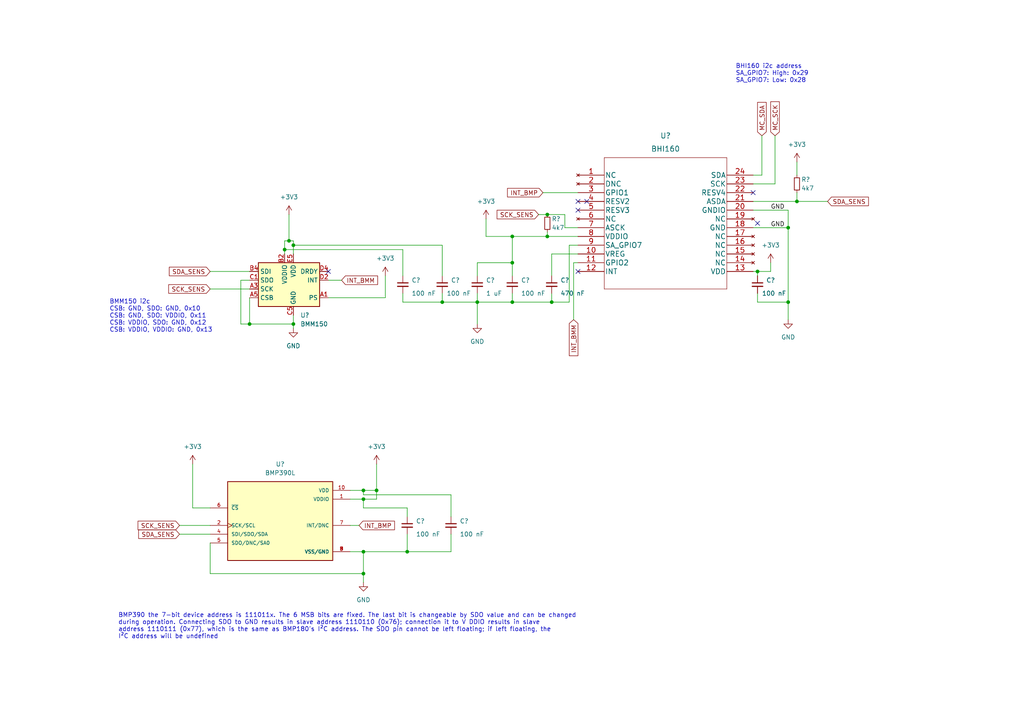
<source format=kicad_sch>
(kicad_sch (version 20211123) (generator eeschema)
  (paper "A4")
  (lib_symbols
    (symbol "BHI160:BHI160" (pin_names (offset 0.254))
      (property "Reference" "U" (at 25.4 10.16 0))
      (property "Value" "BHI160" (at 25.4 7.62 0))
      (symbol "BHI160_1_1"
        (polyline (pts (xy 7.62 -33.02) (xy 43.18 -33.02)) (stroke (width 0.127)))
        (polyline (pts (xy 7.62 5.08) (xy 7.62 -33.02)) (stroke (width 0.127)))
        (polyline (pts (xy 43.18 -33.02) (xy 43.18 5.08)) (stroke (width 0.127)))
        (polyline (pts (xy 43.18 5.08) (xy 7.62 5.08)) (stroke (width 0.127)))
        (pin no_connect line (at 0 0 0) (length 7.62) (name "NC") (number "1"))
        (pin unspecified line (at 0 -22.86 0) (length 7.62) (name "VREG") (number "10"))
        (pin bidirectional line (at 0 -25.4 0) (length 7.62) (name "GPIO2") (number "11"))
        (pin unspecified line (at 0 -27.94 0) (length 7.62) (name "INT") (number "12"))
        (pin power_in line (at 50.8 -27.94 180) (length 7.62) (name "VDD") (number "13"))
        (pin no_connect line (at 50.8 -25.4 180) (length 7.62) (name "NC") (number "14"))
        (pin no_connect line (at 50.8 -22.86 180) (length 7.62) (name "NC") (number "15"))
        (pin no_connect line (at 50.8 -20.32 180) (length 7.62) (name "NC") (number "16"))
        (pin no_connect line (at 50.8 -17.78 180) (length 7.62) (name "NC") (number "17"))
        (pin power_in line (at 50.8 -15.24 180) (length 7.62) (name "GND") (number "18"))
        (pin no_connect line (at 50.8 -12.7 180) (length 7.62) (name "NC") (number "19"))
        (pin no_connect line (at 0 -2.54 0) (length 7.62) (name "DNC") (number "2"))
        (pin power_in line (at 50.8 -10.16 180) (length 7.62) (name "GNDIO") (number "20"))
        (pin unspecified line (at 50.8 -7.62 180) (length 7.62) (name "ASDA") (number "21"))
        (pin bidirectional line (at 50.8 -5.08 180) (length 7.62) (name "RESV4") (number "22"))
        (pin unspecified line (at 50.8 -2.54 180) (length 7.62) (name "SCK") (number "23"))
        (pin unspecified line (at 50.8 0 180) (length 7.62) (name "SDA") (number "24"))
        (pin bidirectional line (at 0 -5.08 0) (length 7.62) (name "GPIO1") (number "3"))
        (pin bidirectional line (at 0 -7.62 0) (length 7.62) (name "RESV2") (number "4"))
        (pin bidirectional line (at 0 -10.16 0) (length 7.62) (name "RESV3") (number "5"))
        (pin no_connect line (at 0 -12.7 0) (length 7.62) (name "NC") (number "6"))
        (pin unspecified line (at 0 -15.24 0) (length 7.62) (name "ASCK") (number "7"))
        (pin power_in line (at 0 -17.78 0) (length 7.62) (name "VDDIO") (number "8"))
        (pin unspecified line (at 0 -20.32 0) (length 7.62) (name "SA_GPIO7") (number "9"))
      )
    )
    (symbol "BMP390:BMP390L" (pin_names (offset 1.016))
      (property "Reference" "U" (at -15.24 15.24 0))
      (property "Value" "BMP390L" (at -15.24 -15.24 0))
      (symbol "BMP390L_0_0"
        (rectangle (start -15.24 -10.16) (end 15.24 12.7) (stroke (width 0.254)) (fill (type background)))
        (pin power_in line (at 20.32 7.62 180) (length 5.08) (name "VDDIO") (number "1"))
        (pin power_in line (at 20.32 10.16 180) (length 5.08) (name "VDD") (number "10"))
        (pin input clock (at -20.32 0 0) (length 5.08) (name "SCK/SCL") (number "2"))
        (pin power_in line (at 20.32 -7.62 180) (length 5.08) (name "VSS/GND") (number "3"))
        (pin bidirectional line (at -20.32 -2.54 0) (length 5.08) (name "SDI/SDO/SDA") (number "4"))
        (pin bidirectional line (at -20.32 -5.08 0) (length 5.08) (name "SDO/DNC/SA0") (number "5"))
        (pin input line (at -20.32 5.08 0) (length 5.08) (name "~{CS}") (number "6"))
        (pin output line (at 20.32 0 180) (length 5.08) (name "INT/DNC") (number "7"))
        (pin power_in line (at 20.32 -7.62 180) (length 5.08) (name "VSS/GND") (number "8"))
        (pin power_in line (at 20.32 -7.62 180) (length 5.08) (name "VSS/GND") (number "9"))
      )
    )
    (symbol "Device:C_Small" (pin_numbers hide) (pin_names (offset 0.254) hide)
      (property "Reference" "C" (at 0.254 1.778 0))
      (property "Value" "C_Small" (at 0.254 -2.032 0))
      (symbol "C_Small_0_1"
        (polyline (pts (xy -1.524 -0.508) (xy 1.524 -0.508)) (stroke (width 0.3302)))
        (polyline (pts (xy -1.524 0.508) (xy 1.524 0.508)) (stroke (width 0.3048)))
      )
      (symbol "C_Small_1_1"
        (pin passive line (at 0 2.54 270) (length 2.032) (name "~") (number "1"))
        (pin passive line (at 0 -2.54 90) (length 2.032) (name "~") (number "2"))
      )
    )
    (symbol "Device:R_Small" (pin_numbers hide) (pin_names (offset 0.254) hide)
      (property "Reference" "R" (at 0.762 0.508 0))
      (property "Value" "R_Small" (at 0.762 -1.016 0))
      (symbol "R_Small_0_1"
        (rectangle (start -0.762 1.778) (end 0.762 -1.778) (stroke (width 0.2032)))
      )
      (symbol "R_Small_1_1"
        (pin passive line (at 0 2.54 270) (length 0.762) (name "~") (number "1"))
        (pin passive line (at 0 -2.54 90) (length 0.762) (name "~") (number "2"))
      )
    )
    (symbol "Sensor_Magnetic:BMM150"
      (property "Reference" "U" (at -10.16 6.35 0))
      (property "Value" "BMM150" (at 7.62 6.35 0))
      (symbol "BMM150_0_1"
        (rectangle (start -10.16 5.08) (end 7.62 -7.62) (stroke (width 0.254)) (fill (type background)))
      )
      (symbol "BMM150_1_1"
        (pin input line (at 10.16 -5.08 180) (length 2.54) (name "PS") (number "A1"))
        (pin bidirectional line (at -12.7 -2.54 0) (length 2.54) (name "SCK") (number "A3"))
        (pin input line (at -12.7 -5.08 0) (length 2.54) (name "CSB") (number "A5"))
        (pin power_in line (at -2.54 7.62 270) (length 2.54) (name "VDDIO") (number "B2"))
        (pin bidirectional line (at -12.7 2.54 0) (length 2.54) (name "SDI") (number "B4"))
        (pin bidirectional line (at -12.7 0 0) (length 2.54) (name "SDO") (number "C1"))
        (pin power_in line (at 0 -10.16 90) (length 2.54) (name "GND") (number "C5"))
        (pin output line (at 10.16 0 180) (length 2.54) (name "INT") (number "D2"))
        (pin output line (at 10.16 2.54 180) (length 2.54) (name "DRDY") (number "D4"))
        (pin passive line (at 0 -10.16 90) (length 2.54) hide (name "GND") (number "E1"))
        (pin passive line (at 0 -10.16 90) (length 2.54) hide (name "GND") (number "E3"))
        (pin power_in line (at 0 7.62 270) (length 2.54) (name "VDD") (number "E5"))
      )
    )
    (symbol "power:+3.3V" (power) (pin_names (offset 0))
      (property "Value" "+3.3V" (at 0 3.556 0))
      (symbol "+3.3V_0_1"
        (polyline (pts (xy -0.762 1.27) (xy 0 2.54)))
        (polyline (pts (xy 0 0) (xy 0 2.54)))
        (polyline (pts (xy 0 2.54) (xy 0.762 1.27)))
      )
      (symbol "+3.3V_1_1"
        (pin power_in line (at 0 0 90) (length 0) hide (name "+3V3") (number "1"))
      )
    )
    (symbol "power:GND" (power) (pin_names (offset 0))
      (property "Value" "GND" (at 0 -3.81 0))
      (symbol "GND_0_1"
        (polyline (pts (xy 0 0) (xy 0 -1.27) (xy 1.27 -1.27) (xy 0 -2.54) (xy -1.27 -1.27) (xy 0 -1.27)))
      )
      (symbol "GND_1_1"
        (pin power_in line (at 0 0 270) (length 0) hide (name "GND") (number "1"))
      )
    )
  )
  (junction (at 160.02 87.63))
  (junction (at 82.55 72.39))
  (junction (at 105.41 166.37))
  (junction (at 158.75 62.23))
  (junction (at 85.09 93.98))
  (junction (at 118.11 160.02))
  (junction (at 138.43 87.63))
  (junction (at 158.75 68.58))
  (junction (at 109.22 142.24))
  (junction (at 128.27 87.63))
  (junction (at 105.41 160.02))
  (junction (at 228.6 66.04))
  (junction (at 105.41 144.78))
  (junction (at 148.59 76.2))
  (junction (at 105.41 142.24))
  (junction (at 148.59 68.58))
  (junction (at 231.14 58.42))
  (junction (at 228.6 87.63))
  (junction (at 219.71 78.74))
  (junction (at 148.59 87.63))
  (junction (at 83.82 69.85))
  (junction (at 85.09 71.12))
  (junction (at 72.39 93.98))
  (no_connect (at 95.25 78.74))
  (no_connect (at 167.64 78.74))
  (no_connect (at 218.44 55.88))
  (no_connect (at 170.18 58.42))
  (no_connect (at 167.64 58.42))
  (no_connect (at 167.64 60.96))
  (no_connect (at 219.71 64.77))
  (wire (pts (xy 148.59 68.58) (xy 148.59 76.2)))
  (wire (pts (xy 111.76 80.01) (xy 111.76 86.36)))
  (wire (pts (xy 118.11 160.02) (xy 130.81 160.02)))
  (wire (pts (xy 101.6 144.78) (xy 105.41 144.78)))
  (wire (pts (xy 60.96 157.48) (xy 60.96 166.37)))
  (wire (pts (xy 148.59 76.2) (xy 148.59 80.01)))
  (wire (pts (xy 105.41 160.02) (xy 118.11 160.02)))
  (wire (pts (xy 116.84 87.63) (xy 128.27 87.63)))
  (wire (pts (xy 138.43 87.63) (xy 138.43 93.98)))
  (wire (pts (xy 82.55 73.66) (xy 82.55 72.39)))
  (wire (pts (xy 101.6 152.4) (xy 104.14 152.4)))
  (wire (pts (xy 118.11 154.94) (xy 118.11 160.02)))
  (wire (pts (xy 55.88 134.62) (xy 55.88 147.32)))
  (wire (pts (xy 128.27 87.63) (xy 138.43 87.63)))
  (wire (pts (xy 82.55 72.39) (xy 82.55 69.85)))
  (wire (pts (xy 220.98 50.8) (xy 220.98 39.37)))
  (wire (pts (xy 223.52 78.74) (xy 223.52 76.2)))
  (wire (pts (xy 85.09 73.66) (xy 85.09 71.12)))
  (wire (pts (xy 218.44 58.42) (xy 231.14 58.42)))
  (wire (pts (xy 83.82 62.23) (xy 83.82 69.85)))
  (wire (pts (xy 218.44 50.8) (xy 220.98 50.8)))
  (wire (pts (xy 166.37 76.2) (xy 167.64 76.2)))
  (wire (pts (xy 60.96 166.37) (xy 105.41 166.37)))
  (wire (pts (xy 95.25 86.36) (xy 111.76 86.36)))
  (wire (pts (xy 138.43 80.01) (xy 138.43 76.2)))
  (wire (pts (xy 138.43 85.09) (xy 138.43 87.63)))
  (wire (pts (xy 228.6 87.63) (xy 228.6 66.04)))
  (wire (pts (xy 160.02 85.09) (xy 160.02 87.63)))
  (wire (pts (xy 85.09 93.98) (xy 85.09 95.25)))
  (wire (pts (xy 224.79 39.37) (xy 224.79 53.34)))
  (wire (pts (xy 158.75 68.58) (xy 167.64 68.58)))
  (wire (pts (xy 163.83 62.23) (xy 158.75 62.23)))
  (wire (pts (xy 231.14 58.42) (xy 240.03 58.42)))
  (wire (pts (xy 165.1 71.12) (xy 165.1 87.63)))
  (wire (pts (xy 158.75 67.31) (xy 158.75 68.58)))
  (wire (pts (xy 60.96 83.82) (xy 72.39 83.82)))
  (wire (pts (xy 82.55 72.39) (xy 116.84 72.39)))
  (wire (pts (xy 105.41 142.24) (xy 109.22 142.24)))
  (wire (pts (xy 82.55 69.85) (xy 83.82 69.85)))
  (wire (pts (xy 219.71 87.63) (xy 228.6 87.63)))
  (wire (pts (xy 109.22 144.78) (xy 109.22 142.24)))
  (wire (pts (xy 163.83 66.04) (xy 163.83 62.23)))
  (wire (pts (xy 101.6 142.24) (xy 105.41 142.24)))
  (wire (pts (xy 128.27 85.09) (xy 128.27 87.63)))
  (wire (pts (xy 69.85 93.98) (xy 72.39 93.98)))
  (wire (pts (xy 167.64 71.12) (xy 165.1 71.12)))
  (wire (pts (xy 105.41 166.37) (xy 105.41 168.91)))
  (wire (pts (xy 231.14 55.88) (xy 231.14 58.42)))
  (wire (pts (xy 69.85 81.28) (xy 69.85 93.98)))
  (wire (pts (xy 118.11 149.86) (xy 118.11 147.32)))
  (wire (pts (xy 140.97 63.5) (xy 140.97 68.58)))
  (wire (pts (xy 101.6 160.02) (xy 105.41 160.02)))
  (wire (pts (xy 228.6 60.96) (xy 228.6 66.04)))
  (wire (pts (xy 167.64 66.04) (xy 163.83 66.04)))
  (wire (pts (xy 148.59 68.58) (xy 158.75 68.58)))
  (wire (pts (xy 130.81 154.94) (xy 130.81 160.02)))
  (wire (pts (xy 231.14 46.99) (xy 231.14 50.8)))
  (wire (pts (xy 85.09 71.12) (xy 85.09 69.85)))
  (wire (pts (xy 85.09 91.44) (xy 85.09 93.98)))
  (wire (pts (xy 138.43 76.2) (xy 148.59 76.2)))
  (wire (pts (xy 166.37 92.71) (xy 166.37 76.2)))
  (wire (pts (xy 157.48 55.88) (xy 167.64 55.88)))
  (wire (pts (xy 130.81 143.51) (xy 105.41 143.51)))
  (wire (pts (xy 52.07 152.4) (xy 60.96 152.4)))
  (wire (pts (xy 128.27 71.12) (xy 128.27 80.01)))
  (wire (pts (xy 218.44 66.04) (xy 228.6 66.04)))
  (wire (pts (xy 116.84 72.39) (xy 116.84 80.01)))
  (wire (pts (xy 160.02 73.66) (xy 160.02 80.01)))
  (wire (pts (xy 95.25 81.28) (xy 99.06 81.28)))
  (wire (pts (xy 156.21 62.23) (xy 158.75 62.23)))
  (wire (pts (xy 72.39 81.28) (xy 69.85 81.28)))
  (wire (pts (xy 148.59 85.09) (xy 148.59 87.63)))
  (wire (pts (xy 218.44 60.96) (xy 228.6 60.96)))
  (wire (pts (xy 85.09 71.12) (xy 128.27 71.12)))
  (wire (pts (xy 218.44 78.74) (xy 219.71 78.74)))
  (wire (pts (xy 219.71 78.74) (xy 223.52 78.74)))
  (wire (pts (xy 228.6 92.71) (xy 228.6 87.63)))
  (wire (pts (xy 105.41 147.32) (xy 105.41 144.78)))
  (wire (pts (xy 55.88 147.32) (xy 60.96 147.32)))
  (wire (pts (xy 219.71 78.74) (xy 219.71 80.01)))
  (wire (pts (xy 140.97 68.58) (xy 148.59 68.58)))
  (wire (pts (xy 52.07 154.94) (xy 60.96 154.94)))
  (wire (pts (xy 219.71 85.09) (xy 219.71 87.63)))
  (wire (pts (xy 72.39 86.36) (xy 72.39 93.98)))
  (wire (pts (xy 72.39 93.98) (xy 85.09 93.98)))
  (wire (pts (xy 105.41 160.02) (xy 105.41 166.37)))
  (wire (pts (xy 105.41 144.78) (xy 109.22 144.78)))
  (wire (pts (xy 105.41 143.51) (xy 105.41 142.24)))
  (wire (pts (xy 109.22 134.62) (xy 109.22 142.24)))
  (wire (pts (xy 60.96 78.74) (xy 72.39 78.74)))
  (wire (pts (xy 165.1 87.63) (xy 160.02 87.63)))
  (wire (pts (xy 85.09 69.85) (xy 83.82 69.85)))
  (wire (pts (xy 167.64 73.66) (xy 160.02 73.66)))
  (wire (pts (xy 130.81 149.86) (xy 130.81 143.51)))
  (wire (pts (xy 160.02 87.63) (xy 148.59 87.63)))
  (wire (pts (xy 105.41 147.32) (xy 118.11 147.32)))
  (wire (pts (xy 218.44 53.34) (xy 224.79 53.34)))
  (wire (pts (xy 116.84 85.09) (xy 116.84 87.63)))
  (wire (pts (xy 138.43 87.63) (xy 148.59 87.63)))
  (text "BHI160 i2c address\nSA_GPIO7: High: 0x29\nSA_GPIO7: Low: 0x28\n" (at 213.36 24.13 0) (effects (font (size 1.27 1.27)) (justify left bottom)))
  (text "BMP390 the 7-bit device address is 111011x. The 6 MSB bits are fixed. The last bit is changeable by SDO value and can be changed\nduring operation. Connecting SDO to GND results in slave address 1110110 (0x76); connection it to V DDIO results in slave\naddress 1110111 (0x77), which is the same as BMP180's I²C address. The SDO pin cannot be left floating; if left floating, the\nI²C address will be undefined" (at 34.29 185.42 0) (effects (font (size 1.27 1.27)) (justify left bottom)))
  (text "BMM150 i2c\nCSB: GND, SDO: GND, 0x10\nCSB: GND, SDO: VDDIO, 0x11\nCSB: VDDIO, SDO: GND, 0x12\nCSB: VDDIO, VDDIO: GND, 0x13" (at 31.75 96.52 0) (effects (font (size 1.27 1.27)) (justify left bottom)))
  (label "GND" (at 223.52 66.04 0))
  (label "GND" (at 223.52 60.96 0))
  (global_label "MC_SCK" (shape input) (at 224.79 39.37 90) (property "Intersheet References" "${INTERSHEET_REFS}" (effects hide)))
  (global_label "INT_BMM" (shape input) (at 166.37 92.71 270) (property "Intersheet References" "${INTERSHEET_REFS}" (effects hide)))
  (global_label "SDA_SENS" (shape input) (at 60.96 78.74 180) (property "Intersheet References" "${INTERSHEET_REFS}" (effects hide)))
  (global_label "SCK_SENS" (shape input) (at 60.96 83.82 180) (property "Intersheet References" "${INTERSHEET_REFS}" (effects hide)))
  (global_label "INT_BMP" (shape input) (at 157.48 55.88 180) (property "Intersheet References" "${INTERSHEET_REFS}" (effects hide)))
  (global_label "SDA_SENS" (shape input) (at 52.07 154.94 180) (property "Intersheet References" "${INTERSHEET_REFS}" (effects hide)))
  (global_label "SDA_SENS" (shape input) (at 240.03 58.42 0) (property "Intersheet References" "${INTERSHEET_REFS}" (effects hide)))
  (global_label "MC_SDA" (shape input) (at 220.98 39.37 90) (property "Intersheet References" "${INTERSHEET_REFS}" (effects hide)))
  (global_label "INT_BMP" (shape input) (at 104.14 152.4 0) (property "Intersheet References" "${INTERSHEET_REFS}" (effects hide)))
  (global_label "INT_BMM" (shape input) (at 99.06 81.28 0) (property "Intersheet References" "${INTERSHEET_REFS}" (effects hide)))
  (global_label "SCK_SENS" (shape input) (at 156.21 62.23 180) (property "Intersheet References" "${INTERSHEET_REFS}" (effects hide)))
  (global_label "SCK_SENS" (shape input) (at 52.07 152.4 180) (property "Intersheet References" "${INTERSHEET_REFS}" (effects hide)))
  (symbol (lib_id "power:+3.3V") (at 231.14 46.99 0) (unit 1)
    (property "Reference" "#PWR?" (effects hide))
    (property "Value" "+3.3V" (at 231.14 41.91 0))
  )
  (symbol (lib_id "power:+3.3V") (at 223.52 76.2 0) (unit 1)
    (property "Reference" "#PWR?" (effects hide))
    (property "Value" "+3.3V" (at 223.52 71.12 0))
  )
  (symbol (lib_id "power:+3.3V") (at 111.76 80.01 0) (unit 1)
    (property "Reference" "#PWR?" (effects hide))
    (property "Value" "+3.3V" (at 111.76 74.93 0))
  )
  (symbol (lib_id "power:GND") (at 85.09 95.25 0) (unit 1)
    (property "Reference" "#PWR?" (effects hide))
    (property "Value" "GND" (at 85.09 100.33 0))
  )
  (symbol (lib_id "Device:C_Small") (at 130.81 152.4 0) (unit 1)
    (property "Reference" "C?" (at 133.35 151.1362 0) (effects (justify left)))
    (property "Value" "100 nF" (at 133.35 154.94 0) (effects (justify left)))
  )
  (symbol (lib_id "power:GND") (at 138.43 93.98 0) (unit 1)
    (property "Reference" "#PWR?" (effects hide))
    (property "Value" "GND" (at 138.43 99.06 0))
  )
  (symbol (lib_id "Device:C_Small") (at 160.02 82.55 0) (unit 1)
    (property "Reference" "C?" (at 162.56 81.2862 0) (effects (justify left)))
    (property "Value" "470 nF" (at 162.56 85.09 0) (effects (justify left)))
  )
  (symbol (lib_id "power:GND") (at 105.41 168.91 0) (unit 1)
    (property "Reference" "#PWR?" (effects hide))
    (property "Value" "GND" (at 105.41 173.99 0))
  )
  (symbol (lib_id "Device:R_Small") (at 231.14 53.34 0) (unit 1)
    (property "Reference" "R?" (at 232.41 52.07 0) (effects (justify left)))
    (property "Value" "4k7" (at 232.41 54.61 0) (effects (justify left)))
  )
  (symbol (lib_id "Sensor_Magnetic:BMM150") (at 85.09 81.28 0) (unit 1)
    (property "Reference" "U?" (at 87.1094 91.44 0) (effects (justify left)))
    (property "Value" "BMM150" (at 87.1094 93.98 0) (effects (justify left)))
    (property "Footprint" "Package_CSP:WLCSP-12_1.56x1.56mm_P0.4mm" (effects hide))
    (property "Datasheet" "https://www.mouser.com/datasheet/2/783/BST-BMM150-DS001-01-786480.pdf" (effects hide))
  )
  (symbol (lib_id "Device:C_Small") (at 128.27 82.55 0) (unit 1)
    (property "Reference" "C?" (at 130.81 81.2862 0) (effects (justify left)))
    (property "Value" "100 nF" (at 129.54 85.09 0) (effects (justify left)))
  )
  (symbol (lib_id "power:+3.3V") (at 140.97 63.5 0) (unit 1)
    (property "Reference" "#PWR?" (effects hide))
    (property "Value" "+3.3V" (at 140.97 58.42 0))
  )
  (symbol (lib_id "power:+3.3V") (at 83.82 62.23 0) (unit 1)
    (property "Reference" "#PWR?" (effects hide))
    (property "Value" "+3.3V" (at 83.82 57.15 0))
  )
  (symbol (lib_id "Device:C_Small") (at 118.11 152.4 0) (unit 1)
    (property "Reference" "C?" (at 120.65 151.1362 0) (effects (justify left)))
    (property "Value" "100 nF" (at 120.65 154.94 0) (effects (justify left)))
  )
  (symbol (lib_id "BMP390:BMP390L") (at 81.28 152.4 0) (unit 1)
    (property "Reference" "U?" (at 81.28 134.62 0))
    (property "Value" "BMP390L" (at 81.28 137.16 0))
    (property "Footprint" "XDCR_BMP390L" (effects hide))
    (property "STANDARD" "Manufacturer Recommendation" (effects hide))
    (property "MAXIMUM_PACKAGE_HEIGHT" "0.8 mm" (effects hide))
    (property "MANUFACTURER" "BOSCH" (effects hide))
    (property "SNAPEDA_PN" "BMP390L" (effects hide))
    (property "PARTREV" "1.7" (effects hide))
  )
  (symbol (lib_id "Device:C_Small") (at 219.71 82.55 0) (unit 1)
    (property "Reference" "C?" (at 222.25 81.2862 0) (effects (justify left)))
    (property "Value" "100 nF" (at 220.98 85.09 0) (effects (justify left)))
  )
  (symbol (lib_id "power:+3.3V") (at 55.88 134.62 0) (unit 1)
    (property "Reference" "#PWR?" (effects hide))
    (property "Value" "+3.3V" (at 55.88 129.54 0))
  )
  (symbol (lib_id "power:+3.3V") (at 109.22 134.62 0) (unit 1)
    (property "Reference" "#PWR?" (effects hide))
    (property "Value" "+3.3V" (at 109.22 129.54 0))
  )
  (symbol (lib_id "Device:C_Small") (at 148.59 82.55 0) (unit 1)
    (property "Reference" "C?" (at 151.13 81.2862 0) (effects (justify left)))
    (property "Value" "100 nF" (at 151.13 85.09 0) (effects (justify left)))
  )
  (symbol (lib_id "Device:R_Small") (at 158.75 64.77 0) (unit 1)
    (property "Reference" "R?" (at 160.02 63.5 0) (effects (justify left)))
    (property "Value" "4k7" (at 160.02 66.04 0) (effects (justify left)))
  )
  (symbol (lib_id "power:GND") (at 228.6 92.71 0) (unit 1)
    (property "Reference" "#PWR?" (effects hide))
    (property "Value" "GND" (at 228.6 97.79 0))
  )
  (symbol (lib_id "Device:C_Small") (at 116.84 82.55 0) (unit 1)
    (property "Reference" "C?" (at 119.38 81.2862 0) (effects (justify left)))
    (property "Value" "100 nF" (at 119.38 85.09 0) (effects (justify left)))
  )
  (symbol (lib_id "Device:C_Small") (at 138.43 82.55 0) (unit 1)
    (property "Reference" "C?" (at 140.97 81.2862 0) (effects (justify left)))
    (property "Value" "1 uF" (at 140.97 85.09 0) (effects (justify left)))
  )
  (symbol (lib_id "BHI160:BHI160") (at 167.64 50.8 0) (unit 1)
    (property "Reference" "U?" (at 193.04 39.37 0) (effects (font (size 1.524 1.524))))
    (property "Value" "BHI160" (at 193.04 43.18 0) (effects (font (size 1.524 1.524))))
    (property "Footprint" "BHI160:BHI160" (effects hide))
  )
)
</source>
